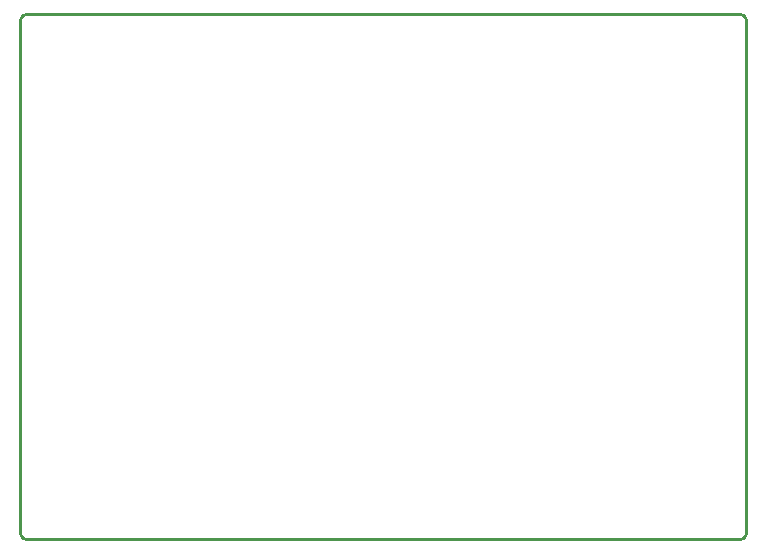
<source format=gko>
G04*
G04 #@! TF.GenerationSoftware,Altium Limited,Altium Designer,21.6.4 (81)*
G04*
G04 Layer_Color=16711935*
%FSLAX25Y25*%
%MOIN*%
G70*
G04*
G04 #@! TF.SameCoordinates,1C97AE3E-24CA-4656-ADB5-1DC68C47BFAE*
G04*
G04*
G04 #@! TF.FilePolarity,Positive*
G04*
G01*
G75*
%ADD14C,0.01000*%
D14*
X107000Y164000D02*
X106732Y165000D01*
X106000Y165732D01*
X105000Y166000D01*
Y-9000D02*
X106000Y-8732D01*
X106732Y-8000D01*
X107000Y-7000D01*
X-133000Y166000D02*
X-134000Y165732D01*
X-134732Y165000D01*
X-135000Y164000D01*
Y-7000D02*
X-134732Y-8000D01*
X-134000Y-8732D01*
X-133000Y-9000D01*
X105000D01*
X-133000Y166000D02*
X105000D01*
X107000Y-7000D02*
Y164000D01*
X-135000Y-7000D02*
Y164000D01*
M02*

</source>
